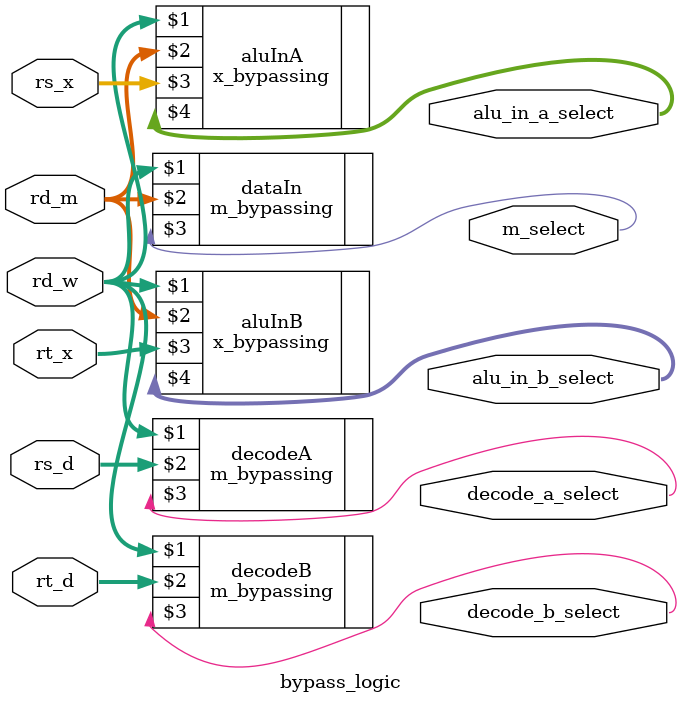
<source format=v>
module bypass_logic(rd_w, rd_m, rs_d, rt_d, rs_x, rt_x, alu_in_a_select, alu_in_b_select, m_select, decode_a_select, decode_b_select);
	input [5:0] rd_w, rd_m, rs_x, rt_x, rs_d, rt_d;
	output [1:0] alu_in_a_select, alu_in_b_select;
	output m_select, decode_a_select, decode_b_select;
	
	x_bypassing aluInA(rd_w, rd_m, rs_x,alu_in_a_select);
	x_bypassing aluInB(rd_w, rd_m, rt_x,alu_in_b_select);
	m_bypassing dataIn(rd_w, rd_m, m_select);
	m_bypassing decodeA(rd_w, rs_d, decode_a_select);
	m_bypassing decodeB(rd_w, rt_d, decode_b_select);

endmodule

</source>
